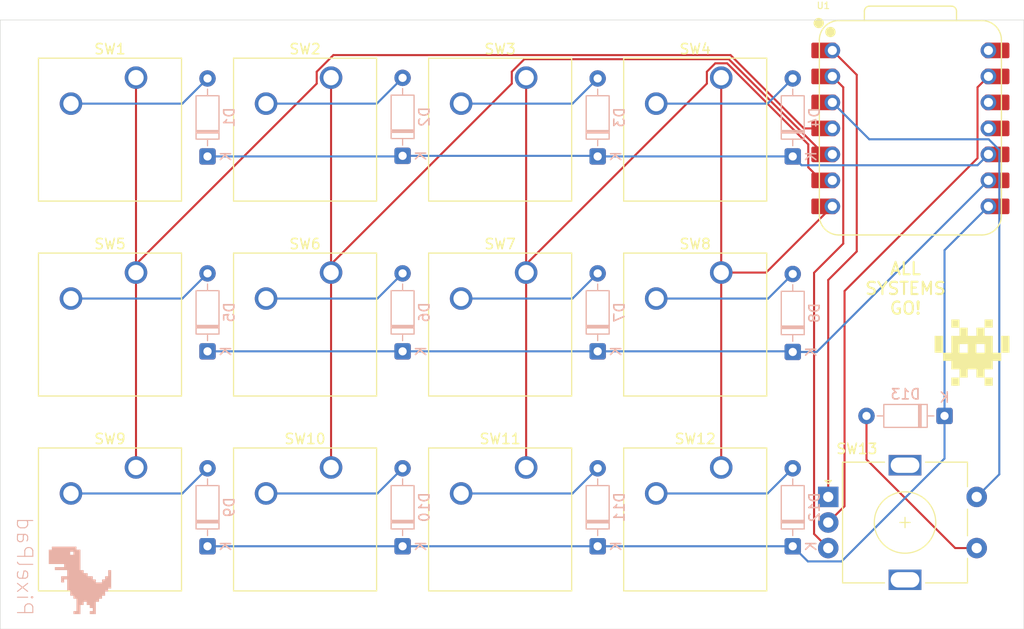
<source format=kicad_pcb>
(kicad_pcb (version 20241229) (generator "pcbnew") (generator_version "9.0")
  (layers (0 "F.Cu" signal) (2 "B.Cu" signal) (13 "F.Paste" user) (15 "B.Paste" user) (5 "F.SilkS" user "F.Silkscreen") (7 "B.SilkS" user "B.Silkscreen") (1 "F.Mask" user) (3 "B.Mask" user) (25 "Edge.Cuts" user))
  (net 0 "")
  (net 1 "GND")
  (net 2 "Net-(D1-A)")
  (net 3 "ROW0")
  (net 4 "Net-(D2-A)")
  (net 5 "Net-(D3-A)")
  (net 6 "Net-(D4-A)")
  (net 7 "ROW1")
  (net 8 "Net-(D5-A)")
  (net 9 "+5V")
  (net 10 "Net-(D6-A)")
  (net 12 "Net-(D7-A)")
  (net 13 "ROW2")
  (net 14 "Net-(D8-A)")
  (net 15 "Net-(D9-A)")
  (net 16 "Net-(D10-A)")
  (net 17 "Net-(D11-A)")
  (net 18 "Net-(D12-A)")
  (net 19 "COL0")
  (net 20 "COL1")
  (net 21 "COL2")
  (net 22 "ENC_B")
  (net 23 "COL3")
  (net 24 "ENC_A")
  (net 25 "Net-(D13-A)")
  (net 27 "ENC_SWB")
  (footprint "Button_Switch_Keyboard:SW_Cherry_MX_1.00u_PCB" (layer "F.Cu") (at 135.89 28.2575)
    (property "Reference" "SW3" (at -2.54 -2.794 0) (layer "F.SilkS"))
    (property "Value" "SW_Push")
    (fp_line (start -9.525 -1.905) (end 4.445 -1.905) (stroke (width 0.12)) (layer "F.SilkS"))
    (fp_line (start -9.525 12.065) (end -9.525 -1.905) (stroke (width 0.12)) (layer "F.SilkS"))
    (fp_line (start 4.445 -1.905) (end 4.445 12.065) (stroke (width 0.12)) (layer "F.SilkS"))
    (fp_line (start 4.445 12.065) (end -9.525 12.065) (stroke (width 0.12)) (layer "F.SilkS"))
    (pad "" np_thru_hole circle (at -7.62 5.08) (size 1.7 1.7) (drill 1.7) (layers "*.Cu" "*.Mask"))
    (pad "" np_thru_hole circle (at -2.54 5.08) (size 4 4) (drill 4) (layers "*.Cu" "*.Mask"))
    (pad "" np_thru_hole circle (at 2.54 5.08) (size 1.7 1.7) (drill 1.7) (layers "*.Cu" "*.Mask"))
    (pad "1" thru_hole circle (at 0 0) (size 2.2 2.2) (drill 1.5) (layers "*.Cu" "*.Mask") (net 21 "COL2"))
    (pad "2" thru_hole circle (at -6.35 2.54) (size 2.2 2.2) (drill 1.5) (layers "*.Cu" "*.Mask") (net 5 "Net-(D3-A)"))
  )
  (footprint "Rotary_Encoder:RotaryEncoder_Alps_EC11E-Switch_Vertical_H20mm" (layer "F.Cu") (at 165.39048 69.235096)
    (property "Reference" "SW13" (at 2.8 -4.7 0) (layer "F.SilkS"))
    (property "Value" "RotaryEncoder_Switch")
    (fp_line (start -0.3 -1.6) (end 0.3 -1.6) (stroke (width 0.12)) (layer "F.SilkS"))
    (fp_line (start 0 -1.3) (end -0.3 -1.6) (stroke (width 0.12)) (layer "F.SilkS"))
    (fp_line (start 0.3 -1.6) (end 0 -1.3) (stroke (width 0.12)) (layer "F.SilkS"))
    (fp_line (start 1.4 -3.4) (end 1.4 8.4) (stroke (width 0.12)) (layer "F.SilkS"))
    (fp_line (start 5.5 -3.4) (end 1.4 -3.4) (stroke (width 0.12)) (layer "F.SilkS"))
    (fp_line (start 5.5 8.4) (end 1.4 8.4) (stroke (width 0.12)) (layer "F.SilkS"))
    (fp_line (start 7 2.5) (end 8 2.5) (stroke (width 0.12)) (layer "F.SilkS"))
    (fp_line (start 7.5 2) (end 7.5 3) (stroke (width 0.12)) (layer "F.SilkS"))
    (fp_line (start 9.5 -3.4) (end 13.6 -3.4) (stroke (width 0.12)) (layer "F.SilkS"))
    (fp_line (start 13.6 -3.4) (end 13.6 -1) (stroke (width 0.12)) (layer "F.SilkS"))
    (fp_line (start 13.6 1.2) (end 13.6 3.8) (stroke (width 0.12)) (layer "F.SilkS"))
    (fp_line (start 13.6 6) (end 13.6 8.4) (stroke (width 0.12)) (layer "F.SilkS"))
    (fp_line (start 13.6 8.4) (end 9.5 8.4) (stroke (width 0.12)) (layer "F.SilkS"))
    (fp_circle (center 7.5 2.5) (end 10.5 2.5) (stroke (width 0.12)) (fill no) (layer "F.SilkS"))
    (pad "A" thru_hole rect (at 0 0) (size 2 2) (drill 1) (layers "*.Cu" "*.Mask") (net 24 "ENC_A"))
    (pad "B" thru_hole circle (at 0 5) (size 2 2) (drill 1) (layers "*.Cu" "*.Mask") (net 22 "ENC_B"))
    (pad "C" thru_hole circle (at 0 2.5) (size 2 2) (drill 1) (layers "*.Cu" "*.Mask") (net 1 "GND"))
    (pad "MP" thru_hole rect (at 7.5 -3.1) (size 3.2 2) (drill oval 2.8 1.5) (layers "*.Cu" "*.Mask"))
    (pad "MP" thru_hole rect (at 7.5 8.1) (size 3.2 2) (drill oval 2.8 1.5) (layers "*.Cu" "*.Mask"))
    (pad "S1" thru_hole circle (at 14.5 5) (size 2 2) (drill 1) (layers "*.Cu" "*.Mask") (net 25 "Net-(D13-A)"))
    (pad "S2" thru_hole circle (at 14.5 0) (size 2 2) (drill 1) (layers "*.Cu" "*.Mask") (net 27 "ENC_SWB"))
  )
  (footprint "LOGO" (layer "F.Cu") (at 179.486568 55.06636)
    (property "Reference" "G***" (hide yes))
    (property "Value" "LOGO" (hide yes))
    (fp_poly (pts (xy -1.276257 -2.775) (xy -1.276257 -2.375) (xy -1.676651 -2.375) (xy -2.077045 -2.375) (xy -2.077045 -2.775) (xy -2.077045 -3.175) (xy -1.676651 -3.175) (xy -1.276257 -3.175)) (fill yes) (layer "F.SilkS"))
    (fp_poly (pts (xy 1.976945 2.9) (xy 1.976945 3.3) (xy 1.576551 3.3) (xy 1.176157 3.3) (xy 1.176157 2.9) (xy 1.176157 2.5) (xy 1.576551 2.5) (xy 1.976945 2.5)) (fill yes) (layer "F.SilkS"))
    (fp_poly (pts (xy 1.976945 -2.775) (xy 1.976945 -2.375) (xy 1.576551 -2.375) (xy 1.176157 -2.375) (xy 1.176157 -1.975) (xy 1.176157 -1.575) (xy 1.576551 -1.575) (xy 1.976945 -1.575) (xy 1.976945 -0.75) (xy 1.976945 0.075) (xy 2.389852 0.075) (xy 2.802758 0.075) (xy 2.802758 -0.75) (xy 2.802758 -1.575) (xy 3.203152 -1.575) (xy 3.603546 -1.575) (xy 3.603546 -0.75) (xy 3.603546 0.075) (xy 3.203152 0.075) (xy 2.802758 0.075) (xy 2.802758 0.475) (xy 2.802758 0.875) (xy 2.389852 0.875) (xy 1.976945 0.875) (xy 1.976945 1.2875) (xy 1.976945 1.7) (xy 1.576551 1.7) (xy 1.176157 1.7) (xy 1.176157 2.1) (xy 1.176157 2.5) (xy 0.775763 2.5) (xy 0.375369 2.5) (xy 0.375369 2.1) (xy 0.375369 1.7) (xy -0.05005 1.7) (xy -0.475468 1.7) (xy -0.475468 2.1) (xy -0.475468 2.5) (xy -0.875862 2.5) (xy -1.276257 2.5) (xy -1.276257 2.9) (xy -1.276257 3.3) (xy -1.676651 3.3) (xy -2.077045 3.3) (xy -2.077045 2.9) (xy -2.077045 2.5) (xy -1.676651 2.5) (xy -1.276257 2.5) (xy -1.276257 2.1) (xy -1.276257 1.7) (xy -1.676651 1.7) (xy -2.077045 1.7) (xy -2.077045 1.2875) (xy -2.077045 0.875) (xy -2.477439 0.875) (xy -2.877833 0.875) (xy -2.87805 0.60625) (xy -2.879671 0.478516) (xy -2.883853 0.353905) (xy -2.889875 0.250465) (xy -2.894048 0.20625) (xy -2.909829 0.075) (xy -3.306737 0.075) (xy -3.703646 0.075) (xy -3.703646 -0.75) (xy -3.703646 -1.575) (xy -3.303252 -1.575) (xy -2.902858 -1.575) (xy -2.902858 -0.75) (xy -2.902858 0.075) (xy -2.489951 0.075) (xy -2.077045 0.075) (xy -1.277467 0.075) (xy -0.876468 0.075) (xy -0.475468 0.075) (xy -0.475468 -0.35) (xy 0.375369 -0.35) (xy 0.375369 0.075) (xy 0.775763 0.075) (xy 1.176157 0.075) (xy 1.176157 -0.35) (xy 1.176157 -0.775) (xy 0.775763 -0.775) (xy 0.375369 -0.775) (xy 0.375369 -0.35) (xy -0.475468 -0.35) (xy -0.475468 -0.350635) (xy -0.475468 -0.77627) (xy -0.869606 -0.769385) (xy -1.263744 -0.7625) (xy -1.270605 -0.34375) (xy -1.277467 0.075) (xy -2.077045 0.075) (xy -2.077045 -0.75) (xy -2.077045 -1.575) (xy -1.676651 -1.575) (xy -1.276257 -1.575) (xy -1.276257 -1.975) (xy -1.276257 -2.375) (xy -0.875862 -2.375) (xy -0.475468 -2.375) (xy -0.475468 -1.975) (xy -0.475468 -1.575) (xy -0.05005 -1.575) (xy 0.375369 -1.575) (xy 0.375369 -1.975) (xy 0.375369 -2.375) (xy 0.775763 -2.375) (xy 1.176157 -2.375) (xy 1.176157 -2.775) (xy 1.176157 -3.175) (xy 1.576551 -3.175) (xy 1.976945 -3.175)) (fill yes) (layer "F.SilkS"))
  )
  (footprint "Button_Switch_Keyboard:SW_Cherry_MX_1.00u_PCB" (layer "F.Cu") (at 116.84 28.2575)
    (property "Reference" "SW2" (at -2.54 -2.794 0) (layer "F.SilkS"))
    (property "Value" "SW_Push")
    (fp_line (start -9.525 -1.905) (end 4.445 -1.905) (stroke (width 0.12)) (layer "F.SilkS"))
    (fp_line (start -9.525 12.065) (end -9.525 -1.905) (stroke (width 0.12)) (layer "F.SilkS"))
    (fp_line (start 4.445 -1.905) (end 4.445 12.065) (stroke (width 0.12)) (layer "F.SilkS"))
    (fp_line (start 4.445 12.065) (end -9.525 12.065) (stroke (width 0.12)) (layer "F.SilkS"))
    (pad "" np_thru_hole circle (at -7.62 5.08) (size 1.7 1.7) (drill 1.7) (layers "*.Cu" "*.Mask"))
    (pad "" np_thru_hole circle (at -2.54 5.08) (size 4 4) (drill 4) (layers "*.Cu" "*.Mask"))
    (pad "" np_thru_hole circle (at 2.54 5.08) (size 1.7 1.7) (drill 1.7) (layers "*.Cu" "*.Mask"))
    (pad "1" thru_hole circle (at 0 0) (size 2.2 2.2) (drill 1.5) (layers "*.Cu" "*.Mask") (net 20 "COL1"))
    (pad "2" thru_hole circle (at -6.35 2.54) (size 2.2 2.2) (drill 1.5) (layers "*.Cu" "*.Mask") (net 4 "Net-(D2-A)"))
  )
  (footprint "Button_Switch_Keyboard:SW_Cherry_MX_1.00u_PCB" (layer "F.Cu") (at 97.79 66.3575)
    (property "Reference" "SW9" (at -2.54 -2.794 0) (layer "F.SilkS"))
    (property "Value" "SW_Push")
    (fp_line (start -9.525 -1.905) (end 4.445 -1.905) (stroke (width 0.12)) (layer "F.SilkS"))
    (fp_line (start -9.525 12.065) (end -9.525 -1.905) (stroke (width 0.12)) (layer "F.SilkS"))
    (fp_line (start 4.445 -1.905) (end 4.445 12.065) (stroke (width 0.12)) (layer "F.SilkS"))
    (fp_line (start 4.445 12.065) (end -9.525 12.065) (stroke (width 0.12)) (layer "F.SilkS"))
    (pad "" np_thru_hole circle (at -7.62 5.08) (size 1.7 1.7) (drill 1.7) (layers "*.Cu" "*.Mask"))
    (pad "" np_thru_hole circle (at -2.54 5.08) (size 4 4) (drill 4) (layers "*.Cu" "*.Mask"))
    (pad "" np_thru_hole circle (at 2.54 5.08) (size 1.7 1.7) (drill 1.7) (layers "*.Cu" "*.Mask"))
    (pad "1" thru_hole circle (at 0 0) (size 2.2 2.2) (drill 1.5) (layers "*.Cu" "*.Mask") (net 19 "COL0"))
    (pad "2" thru_hole circle (at -6.35 2.54) (size 2.2 2.2) (drill 1.5) (layers "*.Cu" "*.Mask") (net 15 "Net-(D9-A)"))
  )
  (footprint "Button_Switch_Keyboard:SW_Cherry_MX_1.00u_PCB" (layer "F.Cu") (at 116.84 66.3575)
    (property "Reference" "SW10" (at -2.54 -2.794 0) (layer "F.SilkS"))
    (property "Value" "SW_Push")
    (fp_line (start -9.525 -1.905) (end 4.445 -1.905) (stroke (width 0.12)) (layer "F.SilkS"))
    (fp_line (start -9.525 12.065) (end -9.525 -1.905) (stroke (width 0.12)) (layer "F.SilkS"))
    (fp_line (start 4.445 -1.905) (end 4.445 12.065) (stroke (width 0.12)) (layer "F.SilkS"))
    (fp_line (start 4.445 12.065) (end -9.525 12.065) (stroke (width 0.12)) (layer "F.SilkS"))
    (pad "" np_thru_hole circle (at -7.62 5.08) (size 1.7 1.7) (drill 1.7) (layers "*.Cu" "*.Mask"))
    (pad "" np_thru_hole circle (at -2.54 5.08) (size 4 4) (drill 4) (layers "*.Cu" "*.Mask"))
    (pad "" np_thru_hole circle (at 2.54 5.08) (size 1.7 1.7) (drill 1.7) (layers "*.Cu" "*.Mask"))
    (pad "1" thru_hole circle (at 0 0) (size 2.2 2.2) (drill 1.5) (layers "*.Cu" "*.Mask") (net 20 "COL1"))
    (pad "2" thru_hole circle (at -6.35 2.54) (size 2.2 2.2) (drill 1.5) (layers "*.Cu" "*.Mask") (net 16 "Net-(D10-A)"))
  )
  (footprint "Button_Switch_Keyboard:SW_Cherry_MX_1.00u_PCB" (layer "F.Cu") (at 154.94 28.2575)
    (property "Reference" "SW4" (at -2.54 -2.794 0) (layer "F.SilkS"))
    (property "Value" "SW_Push")
    (fp_line (start -9.525 -1.905) (end 4.445 -1.905) (stroke (width 0.12)) (layer "F.SilkS"))
    (fp_line (start -9.525 12.065) (end -9.525 -1.905) (stroke (width 0.12)) (layer "F.SilkS"))
    (fp_line (start 4.445 -1.905) (end 4.445 12.065) (stroke (width 0.12)) (layer "F.SilkS"))
    (fp_line (start 4.445 12.065) (end -9.525 12.065) (stroke (width 0.12)) (layer "F.SilkS"))
    (pad "" np_thru_hole circle (at -7.62 5.08) (size 1.7 1.7) (drill 1.7) (layers "*.Cu" "*.Mask"))
    (pad "" np_thru_hole circle (at -2.54 5.08) (size 4 4) (drill 4) (layers "*.Cu" "*.Mask"))
    (pad "" np_thru_hole circle (at 2.54 5.08) (size 1.7 1.7) (drill 1.7) (layers "*.Cu" "*.Mask"))
    (pad "1" thru_hole circle (at 0 0) (size 2.2 2.2) (drill 1.5) (layers "*.Cu" "*.Mask") (net 23 "COL3"))
    (pad "2" thru_hole circle (at -6.35 2.54) (size 2.2 2.2) (drill 1.5) (layers "*.Cu" "*.Mask") (net 6 "Net-(D4-A)"))
  )
  (footprint "Button_Switch_Keyboard:SW_Cherry_MX_1.00u_PCB" (layer "F.Cu") (at 154.94 66.3575)
    (property "Reference" "SW12" (at -2.54 -2.794 0) (layer "F.SilkS"))
    (property "Value" "SW_Push")
    (fp_line (start -9.525 -1.905) (end 4.445 -1.905) (stroke (width 0.12)) (layer "F.SilkS"))
    (fp_line (start -9.525 12.065) (end -9.525 -1.905) (stroke (width 0.12)) (layer "F.SilkS"))
    (fp_line (start 4.445 -1.905) (end 4.445 12.065) (stroke (width 0.12)) (layer "F.SilkS"))
    (fp_line (start 4.445 12.065) (end -9.525 12.065) (stroke (width 0.12)) (layer "F.SilkS"))
    (pad "" np_thru_hole circle (at -7.62 5.08) (size 1.7 1.7) (drill 1.7) (layers "*.Cu" "*.Mask"))
    (pad "" np_thru_hole circle (at -2.54 5.08) (size 4 4) (drill 4) (layers "*.Cu" "*.Mask"))
    (pad "" np_thru_hole circle (at 2.54 5.08) (size 1.7 1.7) (drill 1.7) (layers "*.Cu" "*.Mask"))
    (pad "1" thru_hole circle (at 0 0) (size 2.2 2.2) (drill 1.5) (layers "*.Cu" "*.Mask") (net 23 "COL3"))
    (pad "2" thru_hole circle (at -6.35 2.54) (size 2.2 2.2) (drill 1.5) (layers "*.Cu" "*.Mask") (net 18 "Net-(D12-A)"))
  )
  (footprint "Button_Switch_Keyboard:SW_Cherry_MX_1.00u_PCB" (layer "F.Cu") (at 154.94 47.3075)
    (property "Reference" "SW8" (at -2.54 -2.794 0) (layer "F.SilkS"))
    (property "Value" "SW_Push")
    (fp_line (start -9.525 -1.905) (end 4.445 -1.905) (stroke (width 0.12)) (layer "F.SilkS"))
    (fp_line (start -9.525 12.065) (end -9.525 -1.905) (stroke (width 0.12)) (layer "F.SilkS"))
    (fp_line (start 4.445 -1.905) (end 4.445 12.065) (stroke (width 0.12)) (layer "F.SilkS"))
    (fp_line (start 4.445 12.065) (end -9.525 12.065) (stroke (width 0.12)) (layer "F.SilkS"))
    (pad "" np_thru_hole circle (at -7.62 5.08) (size 1.7 1.7) (drill 1.7) (layers "*.Cu" "*.Mask"))
    (pad "" np_thru_hole circle (at -2.54 5.08) (size 4 4) (drill 4) (layers "*.Cu" "*.Mask"))
    (pad "" np_thru_hole circle (at 2.54 5.08) (size 1.7 1.7) (drill 1.7) (layers "*.Cu" "*.Mask"))
    (pad "1" thru_hole circle (at 0 0) (size 2.2 2.2) (drill 1.5) (layers "*.Cu" "*.Mask") (net 23 "COL3"))
    (pad "2" thru_hole circle (at -6.35 2.54) (size 2.2 2.2) (drill 1.5) (layers "*.Cu" "*.Mask") (net 14 "Net-(D8-A)"))
  )
  (footprint "OPL:XIAO-RP2040-DIP" (layer "F.Cu") (at 173.414392 33.218416)
    (property "Reference" "U1" (at -8.5 -12 0) (layer "F.SilkS") (effects (font (size 0.635 0.635) (thickness 0.1016))))
    (property "Value" "XIAO-RP2040-DIP")
    (fp_line (start -8.89 8.509) (end -8.89 -8.636) (stroke (width 0.127)) (layer "F.SilkS"))
    (fp_line (start -6.985 10.414) (end 6.985 10.414) (stroke (width 0.127)) (layer "F.SilkS"))
    (fp_line (start -4.495 -10.541) (end -4.491272 -11.451272) (stroke (width 0.127)) (layer "F.SilkS"))
    (fp_line (start -3.991272 -11.951) (end 4.004 -11.951) (stroke (width 0.127)) (layer "F.SilkS"))
    (fp_line (start 4.504 -11.451) (end 4.504 -10.541) (stroke (width 0.127)) (layer "F.SilkS"))
    (fp_line (start 6.985 -10.541) (end -6.985 -10.541) (stroke (width 0.1)) (layer "F.SilkS"))
    (fp_line (start 6.985 -10.541) (end -6.985 -10.541) (stroke (width 0.127)) (layer "F.SilkS"))
    (fp_line (start 8.89 8.509) (end 8.89 -8.636) (stroke (width 0.127)) (layer "F.SilkS"))
    (fp_arc (start -8.89 -8.636) (mid -8.332038 -9.983038) (end -6.985 -10.541) (stroke (width 0.127)) (layer "F.SilkS"))
    (fp_arc (start -6.985 10.414) (mid -8.332038 9.856038) (end -8.89 8.509) (stroke (width 0.127)) (layer "F.SilkS"))
    (fp_arc (start -4.491272 -11.451272) (mid -4.344728 -11.80464) (end -3.991272 -11.951) (stroke (width 0.127)) (layer "F.SilkS"))
    (fp_arc (start 4.004 -11.951) (mid 4.357553 -11.804553) (end 4.504 -11.451) (stroke (width 0.127)) (layer "F.SilkS"))
    (fp_arc (start 6.985 -10.541) (mid 8.332038 -9.983038) (end 8.89 -8.636) (stroke (width 0.127)) (layer "F.SilkS"))
    (fp_arc (start 8.89 8.509) (mid 8.332038 9.856038) (end 6.985 10.414) (stroke (width 0.127)) (layer "F.SilkS"))
    (fp_circle (center -8.95 -10.3) (end -8.95 -10.554) (stroke (width 0.5)) (fill yes) (layer "F.SilkS"))
    (fp_circle (center -7.807 -9.42) (end -7.807 -9.674) (stroke (width 0.5)) (fill yes) (layer "F.SilkS"))
    (pad "1" smd roundrect (at -8.455 -7.62 180) (size 2.432 1.524) (layers "F.Cu" "F.Mask") (roundrect_rratio 0.1) (net 24 "ENC_A"))
    (pad "1" thru_hole circle (at -7.62 -7.62 180) (size 1.524 1.524) (drill 0.889) (layers "*.Cu" "*.Mask") (net 24 "ENC_A"))
    (pad "2" smd roundrect (at -8.455 -5.08 180) (size 2.432 1.524) (layers "F.Cu" "F.Mask") (roundrect_rratio 0.1) (net 22 "ENC_B"))
    (pad "2" thru_hole circle (at -7.62 -5.08 180) (size 1.524 1.524) (drill 0.889) (layers "*.Cu" "*.Mask") (net 22 "ENC_B"))
    (pad "3" smd roundrect (at -8.455 -2.54 180) (size 2.432 1.524) (layers "F.Cu" "F.Mask") (roundrect_rratio 0.1) (net 27 "ENC_SWB"))
    (pad "3" thru_hole circle (at -7.62 -2.54 180) (size 1.524 1.524) (drill 0.889) (layers "*.Cu" "*.Mask") (net 27 "ENC_SWB"))
    (pad "4" smd roundrect (at -8.455 0 180) (size 2.432 1.524) (layers "F.Cu" "F.Mask") (roundrect_rratio 0.1) (net 19 "COL0"))
    (pad "4" thru_hole circle (at -7.62 0 180) (size 1.524 1.524) (drill 0.889) (layers "*.Cu" "*.Mask") (net 19 "COL0"))
    (pad "5" smd roundrect (at -8.455 2.54 180) (size 2.432 1.524) (layers "F.Cu" "F.Mask") (roundrect_rratio 0.1) (net 20 "COL1"))
    (pad "5" thru_hole circle (at -7.62 2.54 180) (size 1.524 1.524) (drill 0.889) (layers "*.Cu" "*.Mask") (net 20 "COL1"))
    (pad "6" smd roundrect (at -8.455 5.08 180) (size 2.432 1.524) (layers "F.Cu" "F.Mask") (roundrect_rratio 0.1) (net 21 "COL2"))
    (pad "6" thru_hole circle (at -7.62 5.08 180) (size 1.524 1.524) (drill 0.889) (layers "*.Cu" "*.Mask") (net 21 "COL2"))
    (pad "7" smd roundrect (at -8.455 7.62 180) (size 2.432 1.524) (layers "F.Cu" "F.Mask") (roundrect_rratio 0.1) (net 23 "COL3"))
    (pad "7" thru_hole circle (at -7.62 7.62 180) (size 1.524 1.524) (drill 0.889) (layers "*.Cu" "*.Mask") (net 23 "COL3"))
    (pad "8" thru_hole circle (at 7.62 7.62) (size 1.524 1.524) (drill 0.889) (layers "*.Cu" "*.Mask") (net 13 "ROW2"))
    (pad "8" smd roundrect (at 8.455 7.62) (size 2.432 1.524) (layers "F.Cu" "F.Mask") (roundrect_rratio 0.1) (net 13 "ROW2"))
    (pad "9" thru_hole circle (at 7.62 5.08) (size 1.524 1.524) (drill 0.889) (layers "*.Cu" "*.Mask") (net 7 "ROW1"))
    (pad "9" smd roundrect (at 8.455 5.08) (size 2.432 1.524) (layers "F.Cu" "F.Mask") (roundrect_rratio 0.1) (net 7 "ROW1"))
    (pad "10" thru_hole circle (at 7.62 2.54) (size 1.524 1.524) (drill 0.889) (layers "*.Cu" "*.Mask") (net 3 "ROW0"))
    (pad "10" smd roundrect (at 8.455 2.54) (size 2.432 1.524) (layers "F.Cu" "F.Mask") (roundrect_rratio 0.1) (net 3 "ROW0"))
    (pad "11" thru_hole circle (at 7.62 0) (size 1.524 1.524) (drill 0.889) (layers "*.Cu" "*.Mask"))
    (pad "11" smd roundrect (at 8.455 0) (size 2.432 1.524) (layers "F.Cu" "F.Mask") (roundrect_rratio 0.1))
    (pad "12" thru_hole circle (at 7.62 -2.54) (size 1.524 1.524) (drill 0.889) (layers "*.Cu" "*.Mask"))
    (pad "12" smd roundrect (at 8.455 -2.54) (size 2.432 1.524) (layers "F.Cu" "F.Mask") (roundrect_rratio 0.1))
    (pad "13" thru_hole circle (at 7.62 -5.08) (size 1.524 1.524) (drill 0.889) (layers "*.Cu" "*.Mask") (net 1 "GND"))
    (pad "13" smd roundrect (at 8.455 -5.08) (size 2.432 1.524) (layers "F.Cu" "F.Mask") (roundrect_rratio 0.1) (net 1 "GND"))
    (pad "14" thru_hole circle (at 7.62 -7.62) (size 1.524 1.524) (drill 0.889) (layers "*.Cu" "*.Mask") (net 9 "+5V"))
    (pad "14" smd roundrect (at 8.455 -7.62) (size 2.432 1.524) (layers "F.Cu" "F.Mask") (roundrect_rratio 0.1) (net 9 "+5V"))
  )
  (footprint "Button_Switch_Keyboard:SW_Cherry_MX_1.00u_PCB" (layer "F.Cu") (at 135.89 66.3575)
    (property "Reference" "SW11" (at -2.54 -2.794 0) (layer "F.SilkS"))
    (property "Value" "SW_Push")
    (fp_line (start -9.525 -1.905) (end 4.445 -1.905) (stroke (width 0.12)) (layer "F.SilkS"))
    (fp_line (start -9.525 12.065) (end -9.525 -1.905) (stroke (width 0.12)) (layer "F.SilkS"))
    (fp_line (start 4.445 -1.905) (end 4.445 12.065) (stroke (width 0.12)) (layer "F.SilkS"))
    (fp_line (start 4.445 12.065) (end -9.525 12.065) (stroke (width 0.12)) (layer "F.SilkS"))
    (pad "" np_thru_hole circle (at -7.62 5.08) (size 1.7 1.7) (drill 1.7) (layers "*.Cu" "*.Mask"))
    (pad "" np_thru_hole circle (at -2.54 5.08) (size 4 4) (drill 4) (layers "*.Cu" "*.Mask"))
    (pad "" np_thru_hole circle (at 2.54 5.08) (size 1.7 1.7) (drill 1.7) (layers "*.Cu" "*.Mask"))
    (pad "1" thru_hole circle (at 0 0) (size 2.2 2.2) (drill 1.5) (layers "*.Cu" "*.Mask") (net 21 "COL2"))
    (pad "2" thru_hole circle (at -6.35 2.54) (size 2.2 2.2) (drill 1.5) (layers "*.Cu" "*.Mask") (net 17 "Net-(D11-A)"))
  )
  (footprint "Button_Switch_Keyboard:SW_Cherry_MX_1.00u_PCB" (layer "F.Cu") (at 135.89 47.3075)
    (property "Reference" "SW7" (at -2.54 -2.794 0) (layer "F.SilkS"))
    (property "Value" "SW_Push")
    (fp_line (start -9.525 -1.905) (end 4.445 -1.905) (stroke (width 0.12)) (layer "F.SilkS"))
    (fp_line (start -9.525 12.065) (end -9.525 -1.905) (stroke (width 0.12)) (layer "F.SilkS"))
    (fp_line (start 4.445 -1.905) (end 4.445 12.065) (stroke (width 0.12)) (layer "F.SilkS"))
    (fp_line (start 4.445 12.065) (end -9.525 12.065) (stroke (width 0.12)) (layer "F.SilkS"))
    (pad "" np_thru_hole circle (at -7.62 5.08) (size 1.7 1.7) (drill 1.7) (layers "*.Cu" "*.Mask"))
    (pad "" np_thru_hole circle (at -2.54 5.08) (size 4 4) (drill 4) (layers "*.Cu" "*.Mask"))
    (pad "" np_thru_hole circle (at 2.54 5.08) (size 1.7 1.7) (drill 1.7) (layers "*.Cu" "*.Mask"))
    (pad "1" thru_hole circle (at 0 0) (size 2.2 2.2) (drill 1.5) (layers "*.Cu" "*.Mask") (net 21 "COL2"))
    (pad "2" thru_hole circle (at -6.35 2.54) (size 2.2 2.2) (drill 1.5) (layers "*.Cu" "*.Mask") (net 12 "Net-(D7-A)"))
  )
  (footprint "Button_Switch_Keyboard:SW_Cherry_MX_1.00u_PCB" (layer "F.Cu") (at 97.79 28.2575)
    (property "Reference" "SW1" (at -2.54 -2.794 0) (layer "F.SilkS"))
    (property "Value" "SW_Push")
    (fp_line (start -9.525 -1.905) (end 4.445 -1.905) (stroke (width 0.12)) (layer "F.SilkS"))
    (fp_line (start -9.525 12.065) (end -9.525 -1.905) (stroke (width 0.12)) (layer "F.SilkS"))
    (fp_line (start 4.445 -1.905) (end 4.445 12.065) (stroke (width 0.12)) (layer "F.SilkS"))
    (fp_line (start 4.445 12.065) (end -9.525 12.065) (stroke (width 0.12)) (layer "F.SilkS"))
    (pad "" np_thru_hole circle (at -7.62 5.08) (size 1.7 1.7) (drill 1.7) (layers "*.Cu" "*.Mask"))
    (pad "" np_thru_hole circle (at -2.54 5.08) (size 4 4) (drill 4) (layers "*.Cu" "*.Mask"))
    (pad "" np_thru_hole circle (at 2.54 5.08) (size 1.7 1.7) (drill 1.7) (layers "*.Cu" "*.Mask"))
    (pad "1" thru_hole circle (at 0 0) (size 2.2 2.2) (drill 1.5) (layers "*.Cu" "*.Mask") (net 19 "COL0"))
    (pad "2" thru_hole circle (at -6.35 2.54) (size 2.2 2.2) (drill 1.5) (layers "*.Cu" "*.Mask") (net 2 "Net-(D1-A)"))
  )
  (footprint "Button_Switch_Keyboard:SW_Cherry_MX_1.00u_PCB" (layer "F.Cu") (at 116.84 47.3075)
    (property "Reference" "SW6" (at -2.54 -2.794 0) (layer "F.SilkS"))
    (property "Value" "SW_Push")
    (fp_line (start -9.525 -1.905) (end 4.445 -1.905) (stroke (width 0.12)) (layer "F.SilkS"))
    (fp_line (start -9.525 12.065) (end -9.525 -1.905) (stroke (width 0.12)) (layer "F.SilkS"))
    (fp_line (start 4.445 -1.905) (end 4.445 12.065) (stroke (width 0.12)) (layer "F.SilkS"))
    (fp_line (start 4.445 12.065) (end -9.525 12.065) (stroke (width 0.12)) (layer "F.SilkS"))
    (pad "" np_thru_hole circle (at -7.62 5.08) (size 1.7 1.7) (drill 1.7) (layers "*.Cu" "*.Mask"))
    (pad "" np_thru_hole circle (at -2.54 5.08) (size 4 4) (drill 4) (layers "*.Cu" "*.Mask"))
    (pad "" np_thru_hole circle (at 2.54 5.08) (size 1.7 1.7) (drill 1.7) (layers "*.Cu" "*.Mask"))
    (pad "1" thru_hole circle (at 0 0) (size 2.2 2.2) (drill 1.5) (layers "*.Cu" "*.Mask") (net 20 "COL1"))
    (pad "2" thru_hole circle (at -6.35 2.54) (size 2.2 2.2) (drill 1.5) (layers "*.Cu" "*.Mask") (net 10 "Net-(D6-A)"))
  )
  (footprint "Button_Switch_Keyboard:SW_Cherry_MX_1.00u_PCB" (layer "F.Cu") (at 97.79 47.3075)
    (property "Reference" "SW5" (at -2.54 -2.794 0) (layer "F.SilkS"))
    (property "Value" "SW_Push")
    (fp_line (start -9.525 -1.905) (end 4.445 -1.905) (stroke (width 0.12)) (layer "F.SilkS"))
    (fp_line (start -9.525 12.065) (end -9.525 -1.905) (stroke (width 0.12)) (layer "F.SilkS"))
    (fp_line (start 4.445 -1.905) (end 4.445 12.065) (stroke (width 0.12)) (layer "F.SilkS"))
    (fp_line (start 4.445 12.065) (end -9.525 12.065) (stroke (width 0.12)) (layer "F.SilkS"))
    (pad "" np_thru_hole circle (at -7.62 5.08) (size 1.7 1.7) (drill 1.7) (layers "*.Cu" "*.Mask"))
    (pad "" np_thru_hole circle (at -2.54 5.08) (size 4 4) (drill 4) (layers "*.Cu" "*.Mask"))
    (pad "" np_thru_hole circle (at 2.54 5.08) (size 1.7 1.7) (drill 1.7) (layers "*.Cu" "*.Mask"))
    (pad "1" thru_hole circle (at 0 0) (size 2.2 2.2) (drill 1.5) (layers "*.Cu" "*.Mask") (net 19 "COL0"))
    (pad "2" thru_hole circle (at -6.35 2.54) (size 2.2 2.2) (drill 1.5) (layers "*.Cu" "*.Mask") (net 8 "Net-(D5-A)"))
  )
  (footprint "Diode_THT:D_DO-35_SOD27_P7.62mm_Horizontal" (layer "B.Cu") (at 104.774912 35.956848 90)
    (property "Reference" "D1" (at 3.81 2.12 90) (layer "B.SilkS") (effects (justify mirror)))
    (property "Value" "1N4148WT")
    (fp_line (start 6.58 0) (end 5.93 0) (stroke (width 0.12)) (layer "B.SilkS"))
    (fp_line (start 1.04 0) (end 1.69 0) (stroke (width 0.12)) (layer "B.SilkS"))
    (fp_line (start 2.53 1.12) (end 2.53 -1.12) (stroke (width 0.12)) (layer "B.SilkS"))
    (fp_line (start 2.41 1.12) (end 2.41 -1.12) (stroke (width 0.12)) (layer "B.SilkS"))
    (fp_line (start 2.29 1.12) (end 2.29 -1.12) (stroke (width 0.12)) (layer "B.SilkS"))
    (fp_rect (start 1.69 1.12) (end 5.93 -1.12) (stroke (width 0.12)) (fill no) (layer "B.SilkS"))
    (fp_text user "K" (at 0 1.8 90) (layer "B.SilkS") (effects (justify mirror)))
    (pad "1" thru_hole roundrect (at 0 0 90) (size 1.6 1.6) (drill 0.8) (layers "*.Cu" "*.Mask") (roundrect_rratio 0.15625) (net 3 "ROW0"))
    (pad "2" thru_hole circle (at 7.62 0 90) (size 1.6 1.6) (drill 0.8) (layers "*.Cu" "*.Mask") (net 2 "Net-(D1-A)"))
  )
  (footprint "Diode_THT:D_DO-35_SOD27_P7.62mm_Horizontal" (layer "B.Cu") (at 176.748136 61.317136 180)
    (property "Reference" "D13" (at 3.81 2.12 0) (layer "B.SilkS") (effects (justify mirror)))
    (property "Value" "1N4148WT")
    (fp_line (start 6.58 0) (end 5.93 0) (stroke (width 0.12)) (layer "B.SilkS"))
    (fp_line (start 2.53 1.12) (end 2.53 -1.12) (stroke (width 0.12)) (layer "B.SilkS"))
    (fp_line (start 2.41 1.12) (end 2.41 -1.12) (stroke (width 0.12)) (layer "B.SilkS"))
    (fp_line (start 2.29 1.12) (end 2.29 -1.12) (stroke (width 0.12)) (layer "B.SilkS"))
    (fp_line (start 1.04 0) (end 1.69 0) (stroke (width 0.12)) (layer "B.SilkS"))
    (fp_rect (start 1.69 1.12) (end 5.93 -1.12) (stroke (width 0.12)) (fill no) (layer "B.SilkS"))
    (fp_text user "K" (at 0 1.8 0) (layer "B.SilkS") (effects (justify mirror)))
    (pad "1" thru_hole roundrect (at 0 0 180) (size 1.6 1.6) (drill 0.8) (layers "*.Cu" "*.Mask") (roundrect_rratio 0.15625) (net 13 "ROW2"))
    (pad "2" thru_hole circle (at 7.62 0 180) (size 1.6 1.6) (drill 0.8) (layers "*.Cu" "*.Mask") (net 25 "Net-(D13-A)"))
  )
  (footprint "Diode_THT:D_DO-35_SOD27_P7.62mm_Horizontal" (layer "B.Cu") (at 123.824896 74.056816 90)
    (property "Reference" "D10" (at 3.81 2.12 90) (layer "B.SilkS") (effects (justify mirror)))
    (property "Value" "1N4148WT")
    (fp_line (start 6.58 0) (end 5.93 0) (stroke (width 0.12)) (layer "B.SilkS"))
    (fp_line (start 1.04 0) (end 1.69 0) (stroke (width 0.12)) (layer "B.SilkS"))
    (fp_line (start 2.53 1.12) (end 2.53 -1.12) (stroke (width 0.12)) (layer "B.SilkS"))
    (fp_line (start 2.41 1.12) (end 2.41 -1.12) (stroke (width 0.12)) (layer "B.SilkS"))
    (fp_line (start 2.29 1.12) (end 2.29 -1.12) (stroke (width 0.12)) (layer "B.SilkS"))
    (fp_rect (start 1.69 1.12) (end 5.93 -1.12) (stroke (width 0.12)) (fill no) (layer "B.SilkS"))
    (fp_text user "K" (at 0 1.8 90) (layer "B.SilkS") (effects (justify mirror)))
    (pad "1" thru_hole roundrect (at 0 0 90) (size 1.6 1.6) (drill 0.8) (layers "*.Cu" "*.Mask") (roundrect_rratio 0.15625) (net 13 "ROW2"))
    (pad "2" thru_hole circle (at 7.62 0 90) (size 1.6 1.6) (drill 0.8) (layers "*.Cu" "*.Mask") (net 16 "Net-(D10-A)"))
  )
  (footprint "Diode_THT:D_DO-35_SOD27_P7.62mm_Horizontal" (layer "B.Cu") (at 161.924864 35.956848 90)
    (property "Reference" "D4" (at 3.81 2.12 90) (layer "B.SilkS") (effects (justify mirror)))
    (property "Value" "1N4148WT")
    (fp_line (start 6.58 0) (end 5.93 0) (stroke (width 0.12)) (layer "B.SilkS"))
    (fp_line (start 1.04 0) (end 1.69 0) (stroke (width 0.12)) (layer "B.SilkS"))
    (fp_line (start 2.53 1.12) (end 2.53 -1.12) (stroke (width 0.12)) (layer "B.SilkS"))
    (fp_line (start 2.41 1.12) (end 2.41 -1.12) (stroke (width 0.12)) (layer "B.SilkS"))
    (fp_line (start 2.29 1.12) (end 2.29 -1.12) (stroke (width 0.12)) (layer "B.SilkS"))
    (fp_rect (start 1.69 1.12) (end 5.93 -1.12) (stroke (width 0.12)) (fill no) (layer "B.SilkS"))
    (fp_text user "K" (at 0 1.8 90) (layer "B.SilkS") (effects (justify mirror)))
    (pad "1" thru_hole roundrect (at 0 0 90) (size 1.6 1.6) (drill 0.8) (layers "*.Cu" "*.Mask") (roundrect_rratio 0.15625) (net 3 "ROW0"))
    (pad "2" thru_hole circle (at 7.62 0 90) (size 1.6 1.6) (drill 0.8) (layers "*.Cu" "*.Mask") (net 6 "Net-(D4-A)"))
  )
  (footprint "Diode_THT:D_DO-35_SOD27_P7.62mm_Horizontal" (layer "B.Cu") (at 104.774912 55.006832 90)
    (property "Reference" "D5" (at 3.81 2.12 90) (layer "B.SilkS") (effects (justify mirror)))
    (property "Value" "1N4148WT")
    (fp_line (start 6.58 0) (end 5.93 0) (stroke (width 0.12)) (layer "B.SilkS"))
    (fp_line (start 1.04 0) (end 1.69 0) (stroke (width 0.12)) (layer "B.SilkS"))
    (fp_line (start 2.53 1.12) (end 2.53 -1.12) (stroke (width 0.12)) (layer "B.SilkS"))
    (fp_line (start 2.41 1.12) (end 2.41 -1.12) (stroke (width 0.12)) (layer "B.SilkS"))
    (fp_line (start 2.29 1.12) (end 2.29 -1.12) (stroke (width 0.12)) (layer "B.SilkS"))
    (fp_rect (start 1.69 1.12) (end 5.93 -1.12) (stroke (width 0.12)) (fill no) (layer "B.SilkS"))
    (fp_text user "K" (at 0 1.8 90) (layer "B.SilkS") (effects (justify mirror)))
    (pad "1" thru_hole roundrect (at 0 0 90) (size 1.6 1.6) (drill 0.8) (layers "*.Cu" "*.Mask") (roundrect_rratio 0.15625) (net 7 "ROW1"))
    (pad "2" thru_hole circle (at 7.62 0 90) (size 1.6 1.6) (drill 0.8) (layers "*.Cu" "*.Mask") (net 8 "Net-(D5-A)"))
  )
  (footprint "Diode_THT:D_DO-35_SOD27_P7.62mm_Horizontal" (layer "B.Cu") (at 142.87488 74.056816 90)
    (property "Reference" "D11" (at 3.81 2.12 90) (layer "B.SilkS") (effects (justify mirror)))
    (property "Value" "1N4148WT")
    (fp_line (start 6.58 0) (end 5.93 0) (stroke (width 0.12)) (layer "B.SilkS"))
    (fp_line (start 1.04 0) (end 1.69 0) (stroke (width 0.12)) (layer "B.SilkS"))
    (fp_line (start 2.53 1.12) (end 2.53 -1.12) (stroke (width 0.12)) (layer "B.SilkS"))
    (fp_line (start 2.41 1.12) (end 2.41 -1.12) (stroke (width 0.12)) (layer "B.SilkS"))
    (fp_line (start 2.29 1.12) (end 2.29 -1.12) (stroke (width 0.12)) (layer "B.SilkS"))
    (fp_rect (start 1.69 1.12) (end 5.93 -1.12) (stroke (width 0.12)) (fill no) (layer "B.SilkS"))
    (fp_text user "K" (at 0 1.8 90) (layer "B.SilkS") (effects (justify mirror)))
    (pad "1" thru_hole roundrect (at 0 0 90) (size 1.6 1.6) (drill 0.8) (layers "*.Cu" "*.Mask") (roundrect_rratio 0.15625) (net 13 "ROW2"))
    (pad "2" thru_hole circle (at 7.62 0 90) (size 1.6 1.6) (drill 0.8) (layers "*.Cu" "*.Mask") (net 17 "Net-(D11-A)"))
  )
  (footprint "Diode_THT:D_DO-35_SOD27_P7.62mm_Horizontal" (layer "B.Cu") (at 161.924864 74.056816 90)
    (property "Reference" "D12" (at 3.81 2.12 90) (layer "B.SilkS") (effects (justify mirror)))
    (property "Value" "1N4148WT")
    (fp_line (start 6.58 0) (end 5.93 0) (stroke (width 0.12)) (layer "B.SilkS"))
    (fp_line (start 1.04 0) (end 1.69 0) (stroke (width 0.12)) (layer "B.SilkS"))
    (fp_line (start 2.53 1.12) (end 2.53 -1.12) (stroke (width 0.12)) (layer "B.SilkS"))
    (fp_line (start 2.41 1.12) (end 2.41 -1.12) (stroke (width 0.12)) (layer "B.SilkS"))
    (fp_line (start 2.29 1.12) (end 2.29 -1.12) (stroke (width 0.12)) (layer "B.SilkS"))
    (fp_rect (start 1.69 1.12) (end 5.93 -1.12) (stroke (width 0.12)) (fill no) (layer "B.SilkS"))
    (fp_text user "K" (at 0 1.8 90) (layer "B.SilkS") (effects (justify mirror)))
    (pad "1" thru_hole roundrect (at 0 0 90) (size 1.6 1.6) (drill 0.8) (layers "*.Cu" "*.Mask") (roundrect_rratio 0.15625) (net 13 "ROW2"))
    (pad "2" thru_hole circle (at 7.62 0 90) (size 1.6 1.6) (drill 0.8) (layers "*.Cu" "*.Mask") (net 18 "Net-(D12-A)"))
  )
  (footprint "Diode_THT:D_DO-35_SOD27_P7.62mm_Horizontal" (layer "B.Cu") (at 161.924864 55.06636 90)
    (property "Reference" "D8" (at 3.81 2.12 90) (layer "B.SilkS") (effects (justify mirror)))
    (property "Value" "1N4148WT")
    (fp_line (start 6.58 0) (end 5.93 0) (stroke (width 0.12)) (layer "B.SilkS"))
    (fp_line (start 1.04 0) (end 1.69 0) (stroke (width 0.12)) (layer "B.SilkS"))
    (fp_line (start 2.53 1.12) (end 2.53 -1.12) (stroke (width 0.12)) (layer "B.SilkS"))
    (fp_line (start 2.41 1.12) (end 2.41 -1.12) (stroke (width 0.12)) (layer "B.SilkS"))
    (fp_line (start 2.29 1.12) (end 2.29 -1.12) (stroke (width 0.12)) (layer "B.SilkS"))
    (fp_rect (start 1.69 1.12) (end 5.93 -1.12) (stroke (width 0.12)) (fill no) (layer "B.SilkS"))
    (fp_text user "K" (at 0 1.8 90) (layer "B.SilkS") (effects (justify mirror)))
    (pad "1" thru_hole roundrect (at 0 0 90) (size 1.6 1.6) (drill 0.8) (layers "*.Cu" "*.Mask") (roundrect_rratio 0.15625) (net 7 "ROW1"))
    (pad "2" thru_hole circle (at 7.62 0 90) (size 1.6 1.6) (drill 0.8) (layers "*.Cu" "*.Mask") (net 14 "Net-(D8-A)"))
  )
  (footprint "Diode_THT:D_DO-35_SOD27_P7.62mm_Horizontal" (layer "B.Cu") (at 104.774912 74.056816 90)
    (property "Reference" "D9" (at 3.81 2.12 90) (layer "B.SilkS") (effects (justify mirror)))
    (property "Value" "1N4148WT")
    (fp_line (start 6.58 0) (end 5.93 0) (stroke (width 0.12)) (layer "B.SilkS"))
    (fp_line (start 1.04 0) (end 1.69 0) (stroke (width 0.12)) (layer "B.SilkS"))
    (fp_line (start 2.53 1.12) (end 2.53 -1.12) (stroke (width 0.12)) (layer "B.SilkS"))
    (fp_line (start 2.41 1.12) (end 2.41 -1.12) (stroke (width 0.12)) (layer "B.SilkS"))
    (fp_line (start 2.29 1.12) (end 2.29 -1.12) (stroke (width 0.12)) (layer "B.SilkS"))
    (fp_rect (start 1.69 1.12) (end 5.93 -1.12) (stroke (width 0.12)) (fill no) (layer "B.SilkS"))
    (fp_text user "K" (at 0 1.8 90) (layer "B.SilkS") (effects (justify mirror)))
    (pad "1" thru_hole roundrect (at 0 0 90) (size 1.6 1.6) (drill 0.8) (layers "*.Cu" "*.Mask") (roundrect_rratio 0.15625) (net 13 "ROW2"))
    (pad "2" thru_hole circle (at 7.62 0 90) (size 1.6 1.6) (drill 0.8) (layers "*.Cu" "*.Mask") (net 15 "Net-(D9-A)"))
  )
  (footprint "LOGO" (layer "B.Cu") (at 92.27336 77.39056 180)
    (property "Reference" "G***" (hide yes))
    (property "Value" "LOGO" (hide yes))
    (fp_poly (pts (xy 2.704123 3.149601) (xy 2.704123 3.001108) (xy 2.852615 3.001108) (xy 3.001107 3.001108) (xy 3.001107 2.297724) (xy 3.001107 1.594339) (xy 2.25083 1.594339) (xy 1.500553 1.594339) (xy 1.500553 1.445847) (xy 1.500553 1.297354) (xy 1.953846 1.297354) (xy 2.407138 1.297354) (xy 2.407138 1.148862) (xy 2.407138 1.00037) (xy 1.805353 1.00037) (xy 1.203569 1.00037) (xy 1.203569 0.703385) (xy 1.203569 0.406401) (xy 1.500553 0.406401) (xy 1.797538 0.406401) (xy 1.797538 0.101601) (xy 1.797538 -0.203199) (xy 1.649046 -0.203199) (xy 1.500553 -0.203199) (xy 1.500553 -0.054707) (xy 1.500553 0.093785) (xy 1.352061 0.093785) (xy 1.203569 0.093785) (xy 1.203569 -0.453292) (xy 1.203569 -1.000369) (xy 1.055076 -1.000369) (xy 0.906584 -1.000369) (xy 0.906584 -1.250461) (xy 0.906584 -1.500553) (xy 0.750276 -1.500553) (xy 0.593969 -1.500553) (xy 0.593969 -1.649046) (xy 0.593969 -1.797538) (xy 0.445476 -1.797538) (xy 0.296984 -1.797538) (xy 0.296984 -2.399323) (xy 0.296984 -3.001107) (xy 0.445476 -3.001107) (xy 0.593969 -3.001107) (xy 0.593969 -3.149599) (xy 0.593969 -3.298092) (xy 0.250092 -3.298092) (xy -0.093785 -3.298092) (xy -0.093785 -2.852615) (xy -0.093785 -2.407138) (xy -0.250093 -2.407138) (xy -0.406401 -2.407138) (xy -0.406401 -2.25083) (xy -0.406401 -2.094523) (xy -0.554893 -2.094523) (xy -0.703385 -2.094523) (xy -0.703385 -2.25083) (xy -0.703385 -2.407138) (xy -0.851877 -2.407138) (xy -1.00037 -2.407138) (xy -1.00037 -2.55563) (xy -1.00037 -2.704123) (xy -1.148862 -2.704123) (xy -1.297354 -2.704123) (xy -1.297354 -2.852615) (xy -1.297354 -3.001107) (xy -1.148862 -3.001107) (xy -1.00037 -3.001107) (xy -1.00037 -3.149599) (xy -1.00037 -3.298092) (xy -1.297354 -3.298092) (xy -1.594339 -3.298092) (xy -1.594339 -2.696307) (xy -1.594339 -2.094523) (xy -1.750647 -2.094523) (xy -1.906954 -2.094523) (xy -1.906954 -1.94603) (xy -1.906954 -1.797538) (xy -2.055447 -1.797538) (xy -2.203939 -1.797538) (xy -2.203939 -1.649046) (xy -2.203939 -1.500553) (xy -2.352431 -1.500553) (xy -2.500924 -1.500553) (xy -2.500924 -1.297353) (xy -2.500924 -1.094153) (xy -2.649416 -1.094153) (xy -2.797908 -1.094153) (xy -2.797908 -0.945661) (xy -2.797908 -0.797169) (xy -2.946401 -0.797169) (xy -3.094893 -0.797169) (xy -3.094893 0.101601) (xy -3.094893 1.00037) (xy -2.946401 1.00037) (xy -2.797908 1.00037) (xy -2.797908 0.703385) (xy -2.797908 0.406401) (xy -2.649416 0.406401) (xy -2.500924 0.406401) (xy -2.500924 0.250093) (xy -2.500924 0.093785) (xy -2.352431 0.093785) (xy -2.203939 0.093785) (xy -2.203939 -0.054707) (xy -2.203939 -0.203199) (xy -1.899139 -0.203199) (xy -1.594339 -0.203199) (xy -1.594339 -0.054707) (xy -1.594339 0.093785) (xy -1.445847 0.093785) (xy -1.297354 0.093785) (xy -1.297354 0.250093) (xy -1.297354 0.406401) (xy -1.047262 0.406401) (xy -0.79717 0.406401) (xy -0.79717 0.554893) (xy -0.79717 0.703385) (xy -0.601785 0.703385) (xy -0.406401 0.703385) (xy -0.406401 0.851877) (xy -0.406401 1.00037) (xy -0.250093 1.00037) (xy -0.093785 1.00037) (xy -0.093785 2.000739) (xy -0.093785 2.649416) (xy 0.593969 2.649416) (xy 0.593969 2.500924) (xy 0.750276 2.500924) (xy 0.906584 2.500924) (xy 0.906584 2.649416) (xy 0.906584 2.797908) (xy 0.750276 2.797908) (xy 0.593969 2.797908) (xy 0.593969 2.649416) (xy -0.093785 2.649416) (xy -0.093785 3.001108) (xy 0.101599 3.001108) (xy 0.296984 3.001108) (xy 0.296984 3.149601) (xy 0.296984 3.298093) (xy 1.500553 3.298093) (xy 2.704123 3.298093)) (fill yes) (layer "B.SilkS"))
  )
  (footprint "Diode_THT:D_DO-35_SOD27_P7.62mm_Horizontal" (layer "B.Cu") (at 142.87488 35.956848 90)
    (property "Reference" "D3" (at 3.81 2.12 90) (layer "B.SilkS") (effects (justify mirror)))
    (property "Value" "1N4148WT")
    (fp_line (start 6.58 0) (end 5.93 0) (stroke (width 0.12)) (layer "B.SilkS"))
    (fp_line (start 1.04 0) (end 1.69 0) (stroke (width 0.12)) (layer "B.SilkS"))
    (fp_line (start 2.53 1.12) (end 2.53 -1.12) (stroke (width 0.12)) (layer "B.SilkS"))
    (fp_line (start 2.41 1.12) (end 2.41 -1.12) (stroke (width 0.12)) (layer "B.SilkS"))
    (fp_line (start 2.29 1.12) (end 2.29 -1.12) (stroke (width 0.12)) (layer "B.SilkS"))
    (fp_rect (start 1.69 1.12) (end 5.93 -1.12) (stroke (width 0.12)) (fill no) (layer "B.SilkS"))
    (fp_text user "K" (at 0 1.8 90) (layer "B.SilkS") (effects (justify mirror)))
    (pad "1" thru_hole roundrect (at 0 0 90) (size 1.6 1.6) (drill 0.8) (layers "*.Cu" "*.Mask") (roundrect_rratio 0.15625) (net 3 "ROW0"))
    (pad "2" thru_hole circle (at 7.62 0 90) (size 1.6 1.6) (drill 0.8) (layers "*.Cu" "*.Mask") (net 5 "Net-(D3-A)"))
  )
  (footprint "Diode_THT:D_DO-35_SOD27_P7.62mm_Horizontal" (layer "B.Cu") (at 123.824896 35.897344 90)
    (property "Reference" "D2" (at 3.81 2.12 90) (layer "B.SilkS") (effects (justify mirror)))
    (property "Value" "1N4148WT")
    (fp_line (start 6.58 0) (end 5.93 0) (stroke (width 0.12)) (layer "B.SilkS"))
    (fp_line (start 1.04 0) (end 1.69 0) (stroke (width 0.12)) (layer "B.SilkS"))
    (fp_line (start 2.53 1.12) (end 2.53 -1.12) (stroke (width 0.12)) (layer "B.SilkS"))
    (fp_line (start 2.41 1.12) (end 2.41 -1.12) (stroke (width 0.12)) (layer "B.SilkS"))
    (fp_line (start 2.29 1.12) (end 2.29 -1.12) (stroke (width 0.12)) (layer "B.SilkS"))
    (fp_rect (start 1.69 1.12) (end 5.93 -1.12) (stroke (width 0.12)) (fill no) (layer "B.SilkS"))
    (fp_text user "K" (at 0 1.8 90) (layer "B.SilkS") (effects (justify mirror)))
    (pad "1" thru_hole roundrect (at 0 0 90) (size 1.6 1.6) (drill 0.8) (layers "*.Cu" "*.Mask") (roundrect_rratio 0.15625) (net 3 "ROW0"))
    (pad "2" thru_hole circle (at 7.62 0 90) (size 1.6 1.6) (drill 0.8) (layers "*.Cu" "*.Mask") (net 4 "Net-(D2-A)"))
  )
  (footprint "Diode_THT:D_DO-35_SOD27_P7.62mm_Horizontal" (layer "B.Cu") (at 142.87488 55.006832 90)
    (property "Reference" "D7" (at 3.81 2.12 90) (layer "B.SilkS") (effects (justify mirror)))
    (property "Value" "1N4148WT")
    (fp_line (start 6.58 0) (end 5.93 0) (stroke (width 0.12)) (layer "B.SilkS"))
    (fp_line (start 1.04 0) (end 1.69 0) (stroke (width 0.12)) (layer "B.SilkS"))
    (fp_line (start 2.53 1.12) (end 2.53 -1.12) (stroke (width 0.12)) (layer "B.SilkS"))
    (fp_line (start 2.41 1.12) (end 2.41 -1.12) (stroke (width 0.12)) (layer "B.SilkS"))
    (fp_line (start 2.29 1.12) (end 2.29 -1.12) (stroke (width 0.12)) (layer "B.SilkS"))
    (fp_rect (start 1.69 1.12) (end 5.93 -1.12) (stroke (width 0.12)) (fill no) (layer "B.SilkS"))
    (fp_text user "K" (at 0 1.8 90) (layer "B.SilkS") (effects (justify mirror)))
    (pad "1" thru_hole roundrect (at 0 0 90) (size 1.6 1.6) (drill 0.8) (layers "*.Cu" "*.Mask") (roundrect_rratio 0.15625) (net 7 "ROW1"))
    (pad "2" thru_hole circle (at 7.62 0 90) (size 1.6 1.6) (drill 0.8) (layers "*.Cu" "*.Mask") (net 12 "Net-(D7-A)"))
  )
  (footprint "Diode_THT:D_DO-35_SOD27_P7.62mm_Horizontal" (layer "B.Cu") (at 123.824896 55.006832 90)
    (property "Reference" "D6" (at 3.81 2.12 90) (layer "B.SilkS") (effects (justify mirror)))
    (property "Value" "1N4148WT")
    (fp_line (start 6.58 0) (end 5.93 0) (stroke (width 0.12)) (layer "B.SilkS"))
    (fp_line (start 1.04 0) (end 1.69 0) (stroke (width 0.12)) (layer "B.SilkS"))
    (fp_line (start 2.53 1.12) (end 2.53 -1.12) (stroke (width 0.12)) (layer "B.SilkS"))
    (fp_line (start 2.41 1.12) (end 2.41 -1.12) (stroke (width 0.12)) (layer "B.SilkS"))
    (fp_line (start 2.29 1.12) (end 2.29 -1.12) (stroke (width 0.12)) (layer "B.SilkS"))
    (fp_rect (start 1.69 1.12) (end 5.93 -1.12) (stroke (width 0.12)) (fill no) (layer "B.SilkS"))
    (fp_text user "K" (at 0 1.8 90) (layer "B.SilkS") (effects (justify mirror)))
    (pad "1" thru_hole roundrect (at 0 0 90) (size 1.6 1.6) (drill 0.8) (layers "*.Cu" "*.Mask") (roundrect_rratio 0.15625) (net 7 "ROW1"))
    (pad "2" thru_hole circle (at 7.62 0 90) (size 1.6 1.6) (drill 0.8) (layers "*.Cu" "*.Mask") (net 10 "Net-(D6-A)"))
  )
  (gr_rect (start 84.534304 22.621856) (end 184.496808 82.153108) (stroke (width 0.05)) (fill no) (layer "Edge.Cuts"))
  (gr_text "ALL\nSYSTEMS\nGO!" (at 172.938136 51.494488 0) (layer "F.SilkS") (effects (font (size 1.2 1.2) (thickness 0.2)) (justify bottom)))
  (gr_text "PixelPad" (at 86.022584 80.962432 -90) (layer "B.SilkS") (effects (font (size 1.5 1.5) (thickness 0.1)) (justify left bottom mirror)))
  (segment (start 179.971392 29.201416) (end 181.034392 28.138416) (width 0.2) (layer "F.Cu") (net 1))
  (segment (start 179.971392 36.126864) (end 179.971392 29.201416) (width 0.2) (layer "F.Cu") (net 1))
  (segment (start 165.39048 71.735096) (end 166.985016 70.14056) (width 0.2) (layer "F.Cu") (net 1))
  (segment (start 166.985016 70.14056) (end 166.985016 49.11324) (width 0.2) (layer "F.Cu") (net 1))
  (segment (start 166.985016 49.11324) (end 179.971392 36.126864) (width 0.2) (layer "F.Cu") (net 1))
  (segment (start 91.44 30.7975) (end 102.31426 30.7975) (width 0.2) (layer "B.Cu") (net 2))
  (segment (start 102.31426 30.7975) (end 104.774912 28.336848) (width 0.2) (layer "B.Cu") (net 2))
  (segment (start 142.87488 35.956848) (end 161.924864 35.956848) (width 0.2) (layer "B.Cu") (net 3))
  (segment (start 104.774912 35.956848) (end 123.765392 35.956848) (width 0.2) (layer "B.Cu") (net 3))
  (segment (start 123.765392 35.956848) (end 123.824896 35.897344) (width 0.2) (layer "B.Cu") (net 3))
  (segment (start 123.824896 35.897344) (end 142.815376 35.897344) (width 0.2) (layer "B.Cu") (net 3))
  (segment (start 162.789432 36.821416) (end 179.971392 36.821416) (width 0.2) (layer "B.Cu") (net 3))
  (segment (start 179.971392 36.821416) (end 181.034392 35.758416) (width 0.2) (layer "B.Cu") (net 3))
  (segment (start 142.815376 35.897344) (end 142.87488 35.956848) (width 0.2) (layer "B.Cu") (net 3))
  (segment (start 161.924864 35.956848) (end 162.789432 36.821416) (width 0.2) (layer "B.Cu") (net 3))
  (segment (start 121.30474 30.7975) (end 123.824896 28.277344) (width 0.2) (layer "B.Cu") (net 4))
  (segment (start 110.49 30.7975) (end 121.30474 30.7975) (width 0.2) (layer "B.Cu") (net 4))
  (segment (start 129.54 30.7975) (end 140.414228 30.7975) (width 0.2) (layer "B.Cu") (net 5))
  (segment (start 140.414228 30.7975) (end 142.87488 28.336848) (width 0.2) (layer "B.Cu") (net 5))
  (segment (start 148.59 30.7975) (end 159.464212 30.7975) (width 0.2) (layer "B.Cu") (net 6))
  (segment (start 159.464212 30.7975) (end 161.924864 28.336848) (width 0.2) (layer "B.Cu") (net 6))
  (segment (start 164.266448 55.06636) (end 181.034392 38.298416) (width 0.2) (layer "B.Cu") (net 7))
  (segment (start 123.824896 55.006832) (end 142.87488 55.006832) (width 0.2) (layer "B.Cu") (net 7))
  (segment (start 161.924864 55.06636) (end 164.266448 55.06636) (width 0.2) (layer "B.Cu") (net 7))
  (segment (start 142.87488 55.006832) (end 161.865336 55.006832) (width 0.2) (layer "B.Cu") (net 7))
  (segment (start 161.865336 55.006832) (end 161.924864 55.06636) (width 0.2) (layer "B.Cu") (net 7))
  (segment (start 104.774912 55.006832) (end 123.824896 55.006832) (width 0.2) (layer "B.Cu") (net 7))
  (segment (start 102.314244 49.8475) (end 104.774912 47.386832) (width 0.2) (layer "B.Cu") (net 8))
  (segment (start 91.44 49.8475) (end 102.314244 49.8475) (width 0.2) (layer "B.Cu") (net 8))
  (segment (start 121.364228 49.8475) (end 123.824896 47.386832) (width 0.2) (layer "B.Cu") (net 10))
  (segment (start 110.49 49.8475) (end 121.364228 49.8475) (width 0.2) (layer "B.Cu") (net 10))
  (segment (start 129.54 49.8475) (end 140.414212 49.8475) (width 0.2) (layer "B.Cu") (net 12))
  (segment (start 140.414212 49.8475) (end 142.87488 47.386832) (width 0.2) (layer "B.Cu") (net 12))
  (segment (start 176.748136 61.317136) (end 176.748136 45.124672) (width 0.2) (layer "B.Cu") (net 13))
  (segment (start 123.824896 74.056816) (end 142.87488 74.056816) (width 0.2) (layer "B.Cu") (net 13))
  (segment (start 142.87488 74.056816) (end 161.924864 74.056816) (width 0.2) (layer "B.Cu") (net 13))
  (segment (start 161.924864 74.056816) (end 163.404144 75.536096) (width 0.2) (layer "B.Cu") (net 13))
  (segment (start 176.748136 45.124672) (end 181.034392 40.838416) (width 0.2) (layer "B.Cu") (net 13))
  (segment (start 163.404144 75.536096) (end 166.69148 75.536096) (width 0.2) (layer "B.Cu") (net 13))
  (segment (start 176.748136 65.47944) (end 176.748136 61.317136) (width 0.2) (layer "B.Cu") (net 13))
  (segment (start 104.774912 74.056816) (end 123.824896 74.056816) (width 0.2) (layer "B.Cu") (net 13))
  (segment (start 166.69148 75.536096) (end 176.748136 65.47944) (width 0.2) (layer "B.Cu") (net 13))
  (segment (start 148.59 49.8475) (end 159.523724 49.8475) (width 0.2) (layer "B.Cu") (net 14))
  (segment (start 159.523724 49.8475) (end 161.924864 47.44636) (width 0.2) (layer "B.Cu") (net 14))
  (segment (start 91.44 68.8975) (end 102.314228 68.8975) (width 0.2) (layer "B.Cu") (net 15))
  (segment (start 102.314228 68.8975) (end 104.774912 66.436816) (width 0.2) (layer "B.Cu") (net 15))
  (segment (start 110.49 68.8975) (end 121.364212 68.8975) (width 0.2) (layer "B.Cu") (net 16))
  (segment (start 121.364212 68.8975) (end 123.824896 66.436816) (width 0.2) (layer "B.Cu") (net 16))
  (segment (start 129.54 68.8975) (end 140.414196 68.8975) (width 0.2) (layer "B.Cu") (net 17))
  (segment (start 140.414196 68.8975) (end 142.87488 66.436816) (width 0.2) (layer "B.Cu") (net 17))
  (segment (start 159.46418 68.8975) (end 161.924864 66.436816) (width 0.2) (layer "B.Cu") (net 18))
  (segment (start 148.59 68.8975) (end 159.46418 68.8975) (width 0.2) (layer "B.Cu") (net 18))
  (segment (start 115.439 27.677186) (end 117.061686 26.0545) (width 0.2) (layer "F.Cu") (net 19))
  (segment (start 97.79 66.3575) (end 97.79 47.3075) (width 0.2) (layer "F.Cu") (net 19))
  (segment (start 97.79 47.3075) (end 97.79 28.2575) (width 0.2) (layer "F.Cu") (net 19))
  (segment (start 155.852514 26.0545) (end 163.01643 33.218416) (width 0.2) (layer "F.Cu") (net 19))
  (segment (start 115.439 28.837814) (end 115.439 27.677186) (width 0.2) (layer "F.Cu") (net 19))
  (segment (start 97.79 46.486814) (end 115.439 28.837814) (width 0.2) (layer "F.Cu") (net 19))
  (segment (start 97.79 47.3075) (end 97.79 46.486814) (width 0.2) (layer "F.Cu") (net 19))
  (segment (start 117.061686 26.0545) (end 155.852514 26.0545) (width 0.2) (layer "F.Cu") (net 19))
  (segment (start 163.01643 33.218416) (end 165.794392 33.218416) (width 0.2) (layer "F.Cu") (net 19))
  (segment (start 116.84 47.3075) (end 116.84 46.486814) (width 0.2) (layer "F.Cu") (net 20))
  (segment (start 116.84 46.486814) (end 134.489 28.837814) (width 0.2) (layer "F.Cu") (net 20))
  (segment (start 155.686414 26.4555) (end 164.98933 35.758416) (width 0.2) (layer "F.Cu") (net 20))
  (segment (start 164.98933 35.758416) (end 165.794392 35.758416) (width 0.2) (layer "F.Cu") (net 20))
  (segment (start 135.710686 26.4555) (end 155.686414 26.4555) (width 0.2) (layer "F.Cu") (net 20))
  (segment (start 116.84 28.2575) (end 116.84 47.3075) (width 0.2) (layer "F.Cu") (net 20))
  (segment (start 116.84 47.3075) (end 116.84 66.3575) (width 0.2) (layer "F.Cu") (net 20))
  (segment (start 134.489 28.837814) (end 134.489 27.677186) (width 0.2) (layer "F.Cu") (net 20))
  (segment (start 134.489 27.677186) (end 135.710686 26.4555) (width 0.2) (layer "F.Cu") (net 20))
  (segment (start 135.89 66.3575) (end 135.89 47.3075) (width 0.2) (layer "F.Cu") (net 21))
  (segment (start 154.359686 26.8565) (end 155.520314 26.8565) (width 0.2) (layer "F.Cu") (net 21))
  (segment (start 163.442392 37.024046) (end 164.716762 38.298416) (width 0.2) (layer "F.Cu") (net 21))
  (segment (start 135.89 46.486814) (end 153.539 28.837814) (width 0.2) (layer "F.Cu") (net 21))
  (segment (start 135.89 47.3075) (end 135.89 46.486814) (width 0.2) (layer "F.Cu") (net 21))
  (segment (start 153.539 27.677186) (end 154.359686 26.8565) (width 0.2) (layer "F.Cu") (net 21))
  (segment (start 164.716762 38.298416) (end 165.794392 38.298416) (width 0.2) (layer "F.Cu") (net 21))
  (segment (start 153.539 28.837814) (end 153.539 27.677186) (width 0.2) (layer "F.Cu") (net 21))
  (segment (start 155.520314 26.8565) (end 163.442392 34.778578) (width 0.2) (layer "F.Cu") (net 21))
  (segment (start 163.442392 34.778578) (end 163.442392 37.024046) (width 0.2) (layer "F.Cu") (net 21))
  (segment (start 135.89 47.3075) (end 135.89 28.2575) (width 0.2) (layer "F.Cu") (net 21))
  (segment (start 164.008456 47.327304) (end 166.857392 44.478368) (width 0.2) (layer "F.Cu") (net 22))
  (segment (start 166.857392 29.201416) (end 165.794392 28.138416) (width 0.2) (layer "F.Cu") (net 22))
  (segment (start 165.39048 74.235096) (end 164.008456 72.853072) (width 0.2) (layer "F.Cu") (net 22))
  (segment (start 166.857392 44.478368) (end 166.857392 29.201416) (width 0.2) (layer "F.Cu") (net 22))
  (segment (start 164.008456 72.853072) (end 164.008456 47.327304) (width 0.2) (layer "F.Cu") (net 22))
  (segment (start 154.94 28.2575) (end 154.94 47.3075) (width 0.2) (layer "F.Cu") (net 23))
  (segment (start 154.94 47.3075) (end 159.325308 47.3075) (width 0.2) (layer "F.Cu") (net 23))
  (segment (start 154.94 47.3075) (end 154.94 66.3575) (width 0.2) (layer "F.Cu") (net 23))
  (segment (start 159.325308 47.3075) (end 165.794392 40.838416) (width 0.2) (layer "F.Cu") (net 23))
  (segment (start 168.17564 45.243712) (end 168.17564 27.979664) (width 0.2) (layer "F.Cu") (net 24))
  (segment (start 168.17564 27.979664) (end 165.794392 25.598416) (width 0.2) (layer "F.Cu") (net 24))
  (segment (start 165.39048 48.028872) (end 168.17564 45.243712) (width 0.2) (layer "F.Cu") (net 24))
  (segment (start 165.39048 69.235096) (end 165.39048 48.028872) (width 0.2) (layer "F.Cu") (net 24))
  (segment (start 179.89048 74.235096) (end 177.78848 74.235096) (width 0.2) (layer "F.Cu") (net 25))
  (segment (start 177.78848 74.235096) (end 169.128136 65.574752) (width 0.2) (layer "F.Cu") (net 25))
  (segment (start 169.128136 65.574752) (end 169.128136 61.317136) (width 0.2) (layer "F.Cu") (net 25))
  (segment (start 181.060702 34.281416) (end 169.397392 34.281416) (width 0.2) (layer "B.Cu") (net 27))
  (segment (start 169.397392 34.281416) (end 165.794392 30.678416) (width 0.2) (layer "B.Cu") (net 27))
  (segment (start 182.097392 67.028184) (end 182.097392 35.318106) (width 0.2) (layer "B.Cu") (net 27))
  (segment (start 182.097392 35.318106) (end 181.060702 34.281416) (width 0.2) (layer "B.Cu") (net 27))
  (segment (start 179.89048 69.235096) (end 182.097392 67.028184) (width 0.2) (layer "B.Cu") (net 27))
)
</source>
